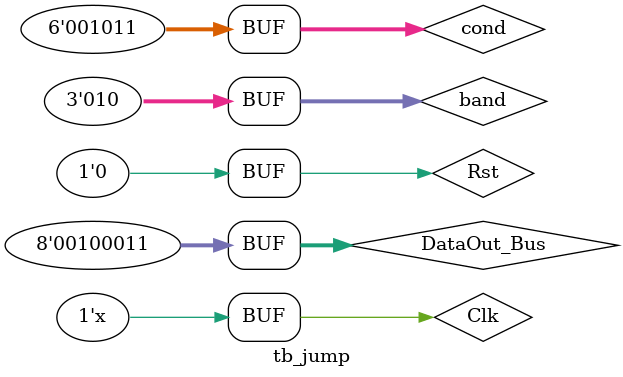
<source format=v>
`timescale 1ns / 1ps


module tb_jump( );
reg Rst;
reg Clk;
reg [5:0] cond;
reg [7:0] DataOut_Bus;
reg [2:0]band;
wire [7:0] Addres_Instruction_Bus;

jump uut(
.Rst(Rst),
.Clk(Clk),
.cond(cond),
.DataOut_Bus(DataOut_Bus),
.band(band),
.Addres_Instruction_Bus(Addres_Instruction_Bus)
);
 
initial 
begin
band=3'b001;
DataOut_Bus=8'b00000011;
cond=4'b1010;
Clk=0;
Rst=1;
Rst=0;
#2 band=3'b100;
cond=4'b1011;
DataOut_Bus=8'b00001011;
#2 band=3'b010;
cond=4'b1011; 
DataOut_Bus=8'b00100011;
 end
always
        #1 Clk = !Clk;
endmodule

</source>
